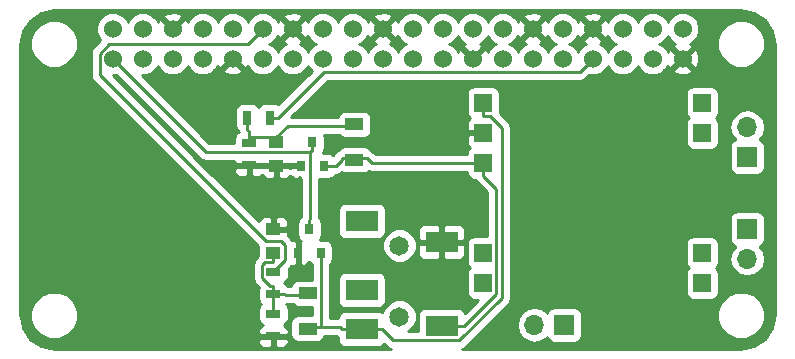
<source format=gtl>
G04 #@! TF.FileFunction,Copper,L1,Top,Signal*
%FSLAX46Y46*%
G04 Gerber Fmt 4.6, Leading zero omitted, Abs format (unit mm)*
G04 Created by KiCad (PCBNEW 4.0.6-e0-6349~53~ubuntu16.04.1) date Wed Mar 29 22:02:49 2017*
%MOMM*%
%LPD*%
G01*
G04 APERTURE LIST*
%ADD10C,0.100000*%
%ADD11R,1.250000X1.000000*%
%ADD12R,0.700000X1.300000*%
%ADD13R,1.300000X0.700000*%
%ADD14R,0.800000X0.900000*%
%ADD15C,1.524000*%
%ADD16R,2.750000X1.800000*%
%ADD17C,1.650000*%
%ADD18R,1.700000X1.700000*%
%ADD19O,1.700000X1.700000*%
%ADD20R,1.524000X1.524000*%
%ADD21R,1.600000X1.000000*%
%ADD22C,0.600000*%
%ADD23C,0.250000*%
%ADD24C,0.254000*%
G04 APERTURE END LIST*
D10*
D11*
X138176000Y-103648000D03*
X138176000Y-105648000D03*
X137922000Y-113014000D03*
X137922000Y-111014000D03*
D12*
X135702000Y-101600000D03*
X137602000Y-101600000D03*
D13*
X135890000Y-103698000D03*
X135890000Y-105598000D03*
X137922000Y-116520000D03*
X137922000Y-114620000D03*
X137922000Y-118176000D03*
X137922000Y-120076000D03*
D14*
X140274000Y-105648000D03*
X142174000Y-105648000D03*
X141224000Y-103648000D03*
X140020000Y-113014000D03*
X141920000Y-113014000D03*
X140970000Y-111014000D03*
D15*
X124308000Y-96596000D03*
X124308000Y-94056000D03*
X126848000Y-96596000D03*
X126848000Y-94056000D03*
X129388000Y-96596000D03*
X129388000Y-94056000D03*
X131928000Y-96596000D03*
X131928000Y-94056000D03*
X134468000Y-96596000D03*
X134468000Y-94056000D03*
X137008000Y-96596000D03*
X137008000Y-94056000D03*
X139548000Y-96596000D03*
X139548000Y-94056000D03*
X142088000Y-96596000D03*
X142088000Y-94056000D03*
X144628000Y-96596000D03*
X144628000Y-94056000D03*
X147168000Y-96596000D03*
X147168000Y-94056000D03*
X149708000Y-96596000D03*
X149708000Y-94056000D03*
X152248000Y-96596000D03*
X152248000Y-94056000D03*
X154788000Y-96596000D03*
X154788000Y-94056000D03*
X157328000Y-96596000D03*
X157328000Y-94056000D03*
X159868000Y-96596000D03*
X159868000Y-94056000D03*
X162408000Y-96596000D03*
X162408000Y-94056000D03*
X164948000Y-96596000D03*
X164948000Y-94056000D03*
X167488000Y-96596000D03*
X167488000Y-94056000D03*
X170028000Y-96596000D03*
X170028000Y-94056000D03*
X172568000Y-96596000D03*
X172568000Y-94056000D03*
D16*
X145415000Y-119462000D03*
X145415000Y-116162000D03*
X145415000Y-110312000D03*
X152165000Y-119212000D03*
X152165000Y-112112000D03*
D17*
X148590000Y-118412000D03*
X148590000Y-112412000D03*
D18*
X178054000Y-104902000D03*
D19*
X178054000Y-102362000D03*
D18*
X178054000Y-110998000D03*
D19*
X178054000Y-113538000D03*
D20*
X174244000Y-100330000D03*
X174244000Y-102870000D03*
X174244000Y-113030000D03*
X174244000Y-115570000D03*
X155702000Y-100330000D03*
X155702000Y-102870000D03*
X155702000Y-105410000D03*
X155702000Y-113030000D03*
X155702000Y-115570000D03*
D21*
X140818000Y-119432000D03*
X140818000Y-116432000D03*
X144780000Y-105132000D03*
X144780000Y-102132000D03*
D18*
X162560000Y-119126000D03*
D19*
X160020000Y-119126000D03*
D22*
X152165000Y-112112000D03*
X145415000Y-110363000D03*
D23*
X135702000Y-101600000D02*
X135702000Y-102575300D01*
X135890000Y-103230600D02*
X138176000Y-103230600D01*
X135890000Y-103698000D02*
X135890000Y-103230600D01*
X135890000Y-102763300D02*
X135702000Y-102575300D01*
X135890000Y-103230600D02*
X135890000Y-102763300D01*
X138176000Y-103648000D02*
X138176000Y-103230600D01*
X139149600Y-102257000D02*
X138176000Y-103230600D01*
X144780000Y-102257000D02*
X139149600Y-102257000D01*
X138934300Y-116557000D02*
X138897300Y-116520000D01*
X140818000Y-116557000D02*
X138934300Y-116557000D01*
X137922000Y-116520000D02*
X138897300Y-116520000D01*
X137922000Y-113014000D02*
X137922000Y-113839300D01*
X137922000Y-118176000D02*
X137922000Y-116520000D01*
X137199900Y-113839300D02*
X137922000Y-113839300D01*
X136946600Y-114092600D02*
X137199900Y-113839300D01*
X136946600Y-115122500D02*
X136946600Y-114092600D01*
X137668800Y-115844700D02*
X136946600Y-115122500D01*
X137922000Y-115844700D02*
X137668800Y-115844700D01*
X137922000Y-116520000D02*
X137922000Y-115844700D01*
X142193900Y-97683400D02*
X138277300Y-101600000D01*
X163860600Y-97683400D02*
X142193900Y-97683400D01*
X164948000Y-96596000D02*
X163860600Y-97683400D01*
X137602000Y-101600000D02*
X138277300Y-101600000D01*
X138906100Y-113635900D02*
X137922000Y-114620000D01*
X138906100Y-112346100D02*
X138906100Y-113635900D01*
X138610500Y-112050500D02*
X138906100Y-112346100D01*
X137331000Y-112050500D02*
X138610500Y-112050500D01*
X123213500Y-97933000D02*
X137331000Y-112050500D01*
X123213500Y-96146600D02*
X123213500Y-97933000D01*
X124034100Y-95326000D02*
X123213500Y-96146600D01*
X135738000Y-95326000D02*
X124034100Y-95326000D01*
X137008000Y-94056000D02*
X135738000Y-95326000D01*
X140970000Y-111014000D02*
X140970000Y-110238700D01*
X141033500Y-110175200D02*
X141033500Y-104473400D01*
X140970000Y-110238700D02*
X141033500Y-110175200D01*
X132185400Y-104473400D02*
X141033500Y-104473400D01*
X124308000Y-96596000D02*
X132185400Y-104473400D01*
X141083600Y-104423300D02*
X141224000Y-104423300D01*
X141033500Y-104473400D02*
X141083600Y-104423300D01*
X141224000Y-103648000D02*
X141224000Y-104423300D01*
X142174000Y-105648000D02*
X142899300Y-105648000D01*
X144780000Y-105007000D02*
X145855300Y-105007000D01*
X143219800Y-105648000D02*
X142899300Y-105648000D01*
X143704700Y-105163100D02*
X143219800Y-105648000D01*
X143704700Y-105007000D02*
X143704700Y-105163100D01*
X144780000Y-105007000D02*
X143704700Y-105007000D01*
X146258300Y-105410000D02*
X155702000Y-105410000D01*
X145855300Y-105007000D02*
X146258300Y-105410000D01*
X154105400Y-119212000D02*
X152165000Y-119212000D01*
X156789400Y-116528000D02*
X154105400Y-119212000D01*
X156789400Y-107584700D02*
X156789400Y-116528000D01*
X155702000Y-106497300D02*
X156789400Y-107584700D01*
X155702000Y-105410000D02*
X155702000Y-106497300D01*
X140818000Y-119307000D02*
X141893300Y-119307000D01*
X145415000Y-119462000D02*
X143714700Y-119462000D01*
X143533000Y-119280300D02*
X143714700Y-119462000D01*
X141920000Y-119280300D02*
X143533000Y-119280300D01*
X141920000Y-113014000D02*
X141920000Y-119280300D01*
X141920000Y-119280300D02*
X141893300Y-119307000D01*
X148091700Y-120438400D02*
X147115300Y-119462000D01*
X153679600Y-120438400D02*
X148091700Y-120438400D01*
X157240700Y-116877300D02*
X153679600Y-120438400D01*
X157240700Y-102412400D02*
X157240700Y-116877300D01*
X156245600Y-101417300D02*
X157240700Y-102412400D01*
X155702000Y-101417300D02*
X156245600Y-101417300D01*
X155702000Y-100330000D02*
X155702000Y-101417300D01*
X145415000Y-119462000D02*
X147115300Y-119462000D01*
X145415000Y-110363000D02*
X145415000Y-110312000D01*
D24*
G36*
X178604395Y-92709690D02*
X179523192Y-93323611D01*
X180137110Y-94242405D01*
X180366600Y-95396131D01*
X180366600Y-118220431D01*
X180144869Y-119378312D01*
X179537508Y-120301498D01*
X178623090Y-120921986D01*
X177473511Y-121159200D01*
X153876670Y-121159200D01*
X153970439Y-121140548D01*
X154217001Y-120975801D01*
X156095895Y-119096907D01*
X158535000Y-119096907D01*
X158535000Y-119155093D01*
X158648039Y-119723378D01*
X158969946Y-120205147D01*
X159451715Y-120527054D01*
X160020000Y-120640093D01*
X160588285Y-120527054D01*
X161070054Y-120205147D01*
X161097850Y-120163548D01*
X161106838Y-120211317D01*
X161245910Y-120427441D01*
X161458110Y-120572431D01*
X161710000Y-120623440D01*
X163410000Y-120623440D01*
X163645317Y-120579162D01*
X163861441Y-120440090D01*
X164006431Y-120227890D01*
X164057440Y-119976000D01*
X164057440Y-118711060D01*
X175510652Y-118711060D01*
X175816012Y-119450086D01*
X176380940Y-120016001D01*
X177119432Y-120322650D01*
X177919060Y-120323348D01*
X178658086Y-120017988D01*
X179224001Y-119453060D01*
X179530650Y-118714568D01*
X179531348Y-117914940D01*
X179225988Y-117175914D01*
X178661060Y-116609999D01*
X177922568Y-116303350D01*
X177122940Y-116302652D01*
X176383914Y-116608012D01*
X175817999Y-117172940D01*
X175511350Y-117911432D01*
X175510652Y-118711060D01*
X164057440Y-118711060D01*
X164057440Y-118276000D01*
X164013162Y-118040683D01*
X163874090Y-117824559D01*
X163661890Y-117679569D01*
X163410000Y-117628560D01*
X161710000Y-117628560D01*
X161474683Y-117672838D01*
X161258559Y-117811910D01*
X161113569Y-118024110D01*
X161099914Y-118091541D01*
X161070054Y-118046853D01*
X160588285Y-117724946D01*
X160020000Y-117611907D01*
X159451715Y-117724946D01*
X158969946Y-118046853D01*
X158648039Y-118528622D01*
X158535000Y-119096907D01*
X156095895Y-119096907D01*
X157778101Y-117414701D01*
X157942848Y-117168139D01*
X158000700Y-116877300D01*
X158000700Y-112268000D01*
X172834560Y-112268000D01*
X172834560Y-113792000D01*
X172878838Y-114027317D01*
X173017910Y-114243441D01*
X173099770Y-114299374D01*
X173030559Y-114343910D01*
X172885569Y-114556110D01*
X172834560Y-114808000D01*
X172834560Y-116332000D01*
X172878838Y-116567317D01*
X173017910Y-116783441D01*
X173230110Y-116928431D01*
X173482000Y-116979440D01*
X175006000Y-116979440D01*
X175241317Y-116935162D01*
X175457441Y-116796090D01*
X175602431Y-116583890D01*
X175653440Y-116332000D01*
X175653440Y-114808000D01*
X175609162Y-114572683D01*
X175470090Y-114356559D01*
X175388230Y-114300626D01*
X175457441Y-114256090D01*
X175602431Y-114043890D01*
X175653440Y-113792000D01*
X175653440Y-113538000D01*
X176539907Y-113538000D01*
X176652946Y-114106285D01*
X176974853Y-114588054D01*
X177456622Y-114909961D01*
X178024907Y-115023000D01*
X178083093Y-115023000D01*
X178651378Y-114909961D01*
X179133147Y-114588054D01*
X179455054Y-114106285D01*
X179568093Y-113538000D01*
X179455054Y-112969715D01*
X179133147Y-112487946D01*
X179091548Y-112460150D01*
X179139317Y-112451162D01*
X179355441Y-112312090D01*
X179500431Y-112099890D01*
X179551440Y-111848000D01*
X179551440Y-110148000D01*
X179507162Y-109912683D01*
X179368090Y-109696559D01*
X179155890Y-109551569D01*
X178904000Y-109500560D01*
X177204000Y-109500560D01*
X176968683Y-109544838D01*
X176752559Y-109683910D01*
X176607569Y-109896110D01*
X176556560Y-110148000D01*
X176556560Y-111848000D01*
X176600838Y-112083317D01*
X176739910Y-112299441D01*
X176952110Y-112444431D01*
X177019541Y-112458086D01*
X176974853Y-112487946D01*
X176652946Y-112969715D01*
X176539907Y-113538000D01*
X175653440Y-113538000D01*
X175653440Y-112268000D01*
X175609162Y-112032683D01*
X175470090Y-111816559D01*
X175257890Y-111671569D01*
X175006000Y-111620560D01*
X173482000Y-111620560D01*
X173246683Y-111664838D01*
X173030559Y-111803910D01*
X172885569Y-112016110D01*
X172834560Y-112268000D01*
X158000700Y-112268000D01*
X158000700Y-102412400D01*
X157942848Y-102121561D01*
X157778101Y-101874999D01*
X157091848Y-101188746D01*
X157111440Y-101092000D01*
X157111440Y-99568000D01*
X172834560Y-99568000D01*
X172834560Y-101092000D01*
X172878838Y-101327317D01*
X173017910Y-101543441D01*
X173099770Y-101599374D01*
X173030559Y-101643910D01*
X172885569Y-101856110D01*
X172834560Y-102108000D01*
X172834560Y-103632000D01*
X172878838Y-103867317D01*
X173017910Y-104083441D01*
X173230110Y-104228431D01*
X173482000Y-104279440D01*
X175006000Y-104279440D01*
X175241317Y-104235162D01*
X175457441Y-104096090D01*
X175602431Y-103883890D01*
X175653440Y-103632000D01*
X175653440Y-102362000D01*
X176539907Y-102362000D01*
X176652946Y-102930285D01*
X176974853Y-103412054D01*
X177016452Y-103439850D01*
X176968683Y-103448838D01*
X176752559Y-103587910D01*
X176607569Y-103800110D01*
X176556560Y-104052000D01*
X176556560Y-105752000D01*
X176600838Y-105987317D01*
X176739910Y-106203441D01*
X176952110Y-106348431D01*
X177204000Y-106399440D01*
X178904000Y-106399440D01*
X179139317Y-106355162D01*
X179355441Y-106216090D01*
X179500431Y-106003890D01*
X179551440Y-105752000D01*
X179551440Y-104052000D01*
X179507162Y-103816683D01*
X179368090Y-103600559D01*
X179155890Y-103455569D01*
X179088459Y-103441914D01*
X179133147Y-103412054D01*
X179455054Y-102930285D01*
X179568093Y-102362000D01*
X179455054Y-101793715D01*
X179133147Y-101311946D01*
X178651378Y-100990039D01*
X178083093Y-100877000D01*
X178024907Y-100877000D01*
X177456622Y-100990039D01*
X176974853Y-101311946D01*
X176652946Y-101793715D01*
X176539907Y-102362000D01*
X175653440Y-102362000D01*
X175653440Y-102108000D01*
X175609162Y-101872683D01*
X175470090Y-101656559D01*
X175388230Y-101600626D01*
X175457441Y-101556090D01*
X175602431Y-101343890D01*
X175653440Y-101092000D01*
X175653440Y-99568000D01*
X175609162Y-99332683D01*
X175470090Y-99116559D01*
X175257890Y-98971569D01*
X175006000Y-98920560D01*
X173482000Y-98920560D01*
X173246683Y-98964838D01*
X173030559Y-99103910D01*
X172885569Y-99316110D01*
X172834560Y-99568000D01*
X157111440Y-99568000D01*
X157067162Y-99332683D01*
X156928090Y-99116559D01*
X156715890Y-98971569D01*
X156464000Y-98920560D01*
X154940000Y-98920560D01*
X154704683Y-98964838D01*
X154488559Y-99103910D01*
X154343569Y-99316110D01*
X154292560Y-99568000D01*
X154292560Y-101092000D01*
X154336838Y-101327317D01*
X154475910Y-101543441D01*
X154553511Y-101596463D01*
X154401673Y-101748302D01*
X154305000Y-101981691D01*
X154305000Y-102584250D01*
X154463750Y-102743000D01*
X155575000Y-102743000D01*
X155575000Y-102723000D01*
X155829000Y-102723000D01*
X155829000Y-102743000D01*
X155849000Y-102743000D01*
X155849000Y-102997000D01*
X155829000Y-102997000D01*
X155829000Y-103017000D01*
X155575000Y-103017000D01*
X155575000Y-102997000D01*
X154463750Y-102997000D01*
X154305000Y-103155750D01*
X154305000Y-103758309D01*
X154401673Y-103991698D01*
X154552646Y-104142671D01*
X154488559Y-104183910D01*
X154343569Y-104396110D01*
X154292560Y-104648000D01*
X154292560Y-104650000D01*
X146573102Y-104650000D01*
X146392701Y-104469599D01*
X146146139Y-104304852D01*
X146120831Y-104299818D01*
X146044090Y-104180559D01*
X145831890Y-104035569D01*
X145580000Y-103984560D01*
X143980000Y-103984560D01*
X143744683Y-104028838D01*
X143528559Y-104167910D01*
X143438314Y-104299988D01*
X143413861Y-104304852D01*
X143167299Y-104469599D01*
X143002552Y-104716161D01*
X143001481Y-104721545D01*
X142825890Y-104601569D01*
X142574000Y-104550560D01*
X142083319Y-104550560D01*
X142220431Y-104349890D01*
X142271440Y-104098000D01*
X142271440Y-103198000D01*
X142237382Y-103017000D01*
X143473156Y-103017000D01*
X143515910Y-103083441D01*
X143728110Y-103228431D01*
X143980000Y-103279440D01*
X145580000Y-103279440D01*
X145815317Y-103235162D01*
X146031441Y-103096090D01*
X146176431Y-102883890D01*
X146227440Y-102632000D01*
X146227440Y-101632000D01*
X146183162Y-101396683D01*
X146044090Y-101180559D01*
X145831890Y-101035569D01*
X145580000Y-100984560D01*
X143980000Y-100984560D01*
X143744683Y-101028838D01*
X143528559Y-101167910D01*
X143383569Y-101380110D01*
X143359898Y-101497000D01*
X139455102Y-101497000D01*
X142508702Y-98443400D01*
X163860600Y-98443400D01*
X164151439Y-98385548D01*
X164398001Y-98220801D01*
X164638619Y-97980183D01*
X164668900Y-97992757D01*
X165224661Y-97993242D01*
X165738303Y-97781010D01*
X166131629Y-97388370D01*
X166217949Y-97180488D01*
X166302990Y-97386303D01*
X166695630Y-97779629D01*
X167208900Y-97992757D01*
X167764661Y-97993242D01*
X168278303Y-97781010D01*
X168671629Y-97388370D01*
X168757949Y-97180488D01*
X168842990Y-97386303D01*
X169235630Y-97779629D01*
X169748900Y-97992757D01*
X170304661Y-97993242D01*
X170818303Y-97781010D01*
X171023457Y-97576213D01*
X171767392Y-97576213D01*
X171836857Y-97818397D01*
X172360302Y-98005144D01*
X172915368Y-97977362D01*
X173299143Y-97818397D01*
X173368608Y-97576213D01*
X172568000Y-96775605D01*
X171767392Y-97576213D01*
X171023457Y-97576213D01*
X171211629Y-97388370D01*
X171291395Y-97196273D01*
X171345603Y-97327143D01*
X171587787Y-97396608D01*
X172388395Y-96596000D01*
X172747605Y-96596000D01*
X173548213Y-97396608D01*
X173790397Y-97327143D01*
X173977144Y-96803698D01*
X173949362Y-96248632D01*
X173790397Y-95864857D01*
X173548213Y-95795392D01*
X172747605Y-96596000D01*
X172388395Y-96596000D01*
X171587787Y-95795392D01*
X171345603Y-95864857D01*
X171295491Y-96005318D01*
X171213010Y-95805697D01*
X170820370Y-95412371D01*
X170612488Y-95326051D01*
X170818303Y-95241010D01*
X171211629Y-94848370D01*
X171297949Y-94640488D01*
X171382990Y-94846303D01*
X171775630Y-95239629D01*
X171967727Y-95319395D01*
X171836857Y-95373603D01*
X171767392Y-95615787D01*
X172568000Y-96416395D01*
X173260335Y-95724060D01*
X175510652Y-95724060D01*
X175816012Y-96463086D01*
X176380940Y-97029001D01*
X177119432Y-97335650D01*
X177919060Y-97336348D01*
X178658086Y-97030988D01*
X179224001Y-96466060D01*
X179530650Y-95727568D01*
X179531348Y-94927940D01*
X179225988Y-94188914D01*
X178661060Y-93622999D01*
X177922568Y-93316350D01*
X177122940Y-93315652D01*
X176383914Y-93621012D01*
X175817999Y-94185940D01*
X175511350Y-94924432D01*
X175510652Y-95724060D01*
X173260335Y-95724060D01*
X173368608Y-95615787D01*
X173299143Y-95373603D01*
X173158682Y-95323491D01*
X173358303Y-95241010D01*
X173751629Y-94848370D01*
X173964757Y-94335100D01*
X173965242Y-93779339D01*
X173753010Y-93265697D01*
X173360370Y-92872371D01*
X172847100Y-92659243D01*
X172291339Y-92658758D01*
X171777697Y-92870990D01*
X171384371Y-93263630D01*
X171298051Y-93471512D01*
X171213010Y-93265697D01*
X170820370Y-92872371D01*
X170307100Y-92659243D01*
X169751339Y-92658758D01*
X169237697Y-92870990D01*
X168844371Y-93263630D01*
X168758051Y-93471512D01*
X168673010Y-93265697D01*
X168280370Y-92872371D01*
X167767100Y-92659243D01*
X167211339Y-92658758D01*
X166697697Y-92870990D01*
X166304371Y-93263630D01*
X166224605Y-93455727D01*
X166170397Y-93324857D01*
X165928213Y-93255392D01*
X165127605Y-94056000D01*
X165928213Y-94856608D01*
X166170397Y-94787143D01*
X166220509Y-94646682D01*
X166302990Y-94846303D01*
X166695630Y-95239629D01*
X166903512Y-95325949D01*
X166697697Y-95410990D01*
X166304371Y-95803630D01*
X166218051Y-96011512D01*
X166133010Y-95805697D01*
X165740370Y-95412371D01*
X165548273Y-95332605D01*
X165679143Y-95278397D01*
X165748608Y-95036213D01*
X164948000Y-94235605D01*
X164147392Y-95036213D01*
X164216857Y-95278397D01*
X164357318Y-95328509D01*
X164157697Y-95410990D01*
X163764371Y-95803630D01*
X163678051Y-96011512D01*
X163593010Y-95805697D01*
X163200370Y-95412371D01*
X162992488Y-95326051D01*
X163198303Y-95241010D01*
X163591629Y-94848370D01*
X163671395Y-94656273D01*
X163725603Y-94787143D01*
X163967787Y-94856608D01*
X164768395Y-94056000D01*
X163967787Y-93255392D01*
X163725603Y-93324857D01*
X163675491Y-93465318D01*
X163593010Y-93265697D01*
X163403432Y-93075787D01*
X164147392Y-93075787D01*
X164948000Y-93876395D01*
X165748608Y-93075787D01*
X165679143Y-92833603D01*
X165155698Y-92646856D01*
X164600632Y-92674638D01*
X164216857Y-92833603D01*
X164147392Y-93075787D01*
X163403432Y-93075787D01*
X163200370Y-92872371D01*
X162687100Y-92659243D01*
X162131339Y-92658758D01*
X161617697Y-92870990D01*
X161224371Y-93263630D01*
X161144605Y-93455727D01*
X161090397Y-93324857D01*
X160848213Y-93255392D01*
X160047605Y-94056000D01*
X160848213Y-94856608D01*
X161090397Y-94787143D01*
X161140509Y-94646682D01*
X161222990Y-94846303D01*
X161615630Y-95239629D01*
X161823512Y-95325949D01*
X161617697Y-95410990D01*
X161224371Y-95803630D01*
X161138051Y-96011512D01*
X161053010Y-95805697D01*
X160660370Y-95412371D01*
X160468273Y-95332605D01*
X160599143Y-95278397D01*
X160668608Y-95036213D01*
X159868000Y-94235605D01*
X159067392Y-95036213D01*
X159136857Y-95278397D01*
X159277318Y-95328509D01*
X159077697Y-95410990D01*
X158684371Y-95803630D01*
X158598051Y-96011512D01*
X158513010Y-95805697D01*
X158120370Y-95412371D01*
X157912488Y-95326051D01*
X158118303Y-95241010D01*
X158511629Y-94848370D01*
X158591395Y-94656273D01*
X158645603Y-94787143D01*
X158887787Y-94856608D01*
X159688395Y-94056000D01*
X158887787Y-93255392D01*
X158645603Y-93324857D01*
X158595491Y-93465318D01*
X158513010Y-93265697D01*
X158323432Y-93075787D01*
X159067392Y-93075787D01*
X159868000Y-93876395D01*
X160668608Y-93075787D01*
X160599143Y-92833603D01*
X160075698Y-92646856D01*
X159520632Y-92674638D01*
X159136857Y-92833603D01*
X159067392Y-93075787D01*
X158323432Y-93075787D01*
X158120370Y-92872371D01*
X157607100Y-92659243D01*
X157051339Y-92658758D01*
X156537697Y-92870990D01*
X156144371Y-93263630D01*
X156058051Y-93471512D01*
X155973010Y-93265697D01*
X155580370Y-92872371D01*
X155067100Y-92659243D01*
X154511339Y-92658758D01*
X153997697Y-92870990D01*
X153604371Y-93263630D01*
X153518051Y-93471512D01*
X153433010Y-93265697D01*
X153040370Y-92872371D01*
X152527100Y-92659243D01*
X151971339Y-92658758D01*
X151457697Y-92870990D01*
X151064371Y-93263630D01*
X150978051Y-93471512D01*
X150893010Y-93265697D01*
X150500370Y-92872371D01*
X149987100Y-92659243D01*
X149431339Y-92658758D01*
X148917697Y-92870990D01*
X148524371Y-93263630D01*
X148444605Y-93455727D01*
X148390397Y-93324857D01*
X148148213Y-93255392D01*
X147347605Y-94056000D01*
X148148213Y-94856608D01*
X148390397Y-94787143D01*
X148440509Y-94646682D01*
X148522990Y-94846303D01*
X148915630Y-95239629D01*
X149123512Y-95325949D01*
X148917697Y-95410990D01*
X148524371Y-95803630D01*
X148438051Y-96011512D01*
X148353010Y-95805697D01*
X147960370Y-95412371D01*
X147768273Y-95332605D01*
X147899143Y-95278397D01*
X147968608Y-95036213D01*
X147168000Y-94235605D01*
X146367392Y-95036213D01*
X146436857Y-95278397D01*
X146577318Y-95328509D01*
X146377697Y-95410990D01*
X145984371Y-95803630D01*
X145898051Y-96011512D01*
X145813010Y-95805697D01*
X145420370Y-95412371D01*
X145212488Y-95326051D01*
X145418303Y-95241010D01*
X145811629Y-94848370D01*
X145891395Y-94656273D01*
X145945603Y-94787143D01*
X146187787Y-94856608D01*
X146988395Y-94056000D01*
X146187787Y-93255392D01*
X145945603Y-93324857D01*
X145895491Y-93465318D01*
X145813010Y-93265697D01*
X145623432Y-93075787D01*
X146367392Y-93075787D01*
X147168000Y-93876395D01*
X147968608Y-93075787D01*
X147899143Y-92833603D01*
X147375698Y-92646856D01*
X146820632Y-92674638D01*
X146436857Y-92833603D01*
X146367392Y-93075787D01*
X145623432Y-93075787D01*
X145420370Y-92872371D01*
X144907100Y-92659243D01*
X144351339Y-92658758D01*
X143837697Y-92870990D01*
X143444371Y-93263630D01*
X143358051Y-93471512D01*
X143273010Y-93265697D01*
X142880370Y-92872371D01*
X142367100Y-92659243D01*
X141811339Y-92658758D01*
X141297697Y-92870990D01*
X140904371Y-93263630D01*
X140824605Y-93455727D01*
X140770397Y-93324857D01*
X140528213Y-93255392D01*
X139727605Y-94056000D01*
X140528213Y-94856608D01*
X140770397Y-94787143D01*
X140820509Y-94646682D01*
X140902990Y-94846303D01*
X141295630Y-95239629D01*
X141503512Y-95325949D01*
X141297697Y-95410990D01*
X140904371Y-95803630D01*
X140818051Y-96011512D01*
X140733010Y-95805697D01*
X140340370Y-95412371D01*
X140148273Y-95332605D01*
X140279143Y-95278397D01*
X140348608Y-95036213D01*
X139548000Y-94235605D01*
X138747392Y-95036213D01*
X138816857Y-95278397D01*
X138957318Y-95328509D01*
X138757697Y-95410990D01*
X138364371Y-95803630D01*
X138278051Y-96011512D01*
X138193010Y-95805697D01*
X137800370Y-95412371D01*
X137592488Y-95326051D01*
X137798303Y-95241010D01*
X138191629Y-94848370D01*
X138271395Y-94656273D01*
X138325603Y-94787143D01*
X138567787Y-94856608D01*
X139368395Y-94056000D01*
X138567787Y-93255392D01*
X138325603Y-93324857D01*
X138275491Y-93465318D01*
X138193010Y-93265697D01*
X138003432Y-93075787D01*
X138747392Y-93075787D01*
X139548000Y-93876395D01*
X140348608Y-93075787D01*
X140279143Y-92833603D01*
X139755698Y-92646856D01*
X139200632Y-92674638D01*
X138816857Y-92833603D01*
X138747392Y-93075787D01*
X138003432Y-93075787D01*
X137800370Y-92872371D01*
X137287100Y-92659243D01*
X136731339Y-92658758D01*
X136217697Y-92870990D01*
X135824371Y-93263630D01*
X135738051Y-93471512D01*
X135653010Y-93265697D01*
X135260370Y-92872371D01*
X134747100Y-92659243D01*
X134191339Y-92658758D01*
X133677697Y-92870990D01*
X133284371Y-93263630D01*
X133198051Y-93471512D01*
X133113010Y-93265697D01*
X132720370Y-92872371D01*
X132207100Y-92659243D01*
X131651339Y-92658758D01*
X131137697Y-92870990D01*
X130744371Y-93263630D01*
X130664605Y-93455727D01*
X130610397Y-93324857D01*
X130368213Y-93255392D01*
X129567605Y-94056000D01*
X129581748Y-94070143D01*
X129402143Y-94249748D01*
X129388000Y-94235605D01*
X129373858Y-94249748D01*
X129194253Y-94070143D01*
X129208395Y-94056000D01*
X128407787Y-93255392D01*
X128165603Y-93324857D01*
X128115491Y-93465318D01*
X128033010Y-93265697D01*
X127843432Y-93075787D01*
X128587392Y-93075787D01*
X129388000Y-93876395D01*
X130188608Y-93075787D01*
X130119143Y-92833603D01*
X129595698Y-92646856D01*
X129040632Y-92674638D01*
X128656857Y-92833603D01*
X128587392Y-93075787D01*
X127843432Y-93075787D01*
X127640370Y-92872371D01*
X127127100Y-92659243D01*
X126571339Y-92658758D01*
X126057697Y-92870990D01*
X125664371Y-93263630D01*
X125578051Y-93471512D01*
X125493010Y-93265697D01*
X125100370Y-92872371D01*
X124587100Y-92659243D01*
X124031339Y-92658758D01*
X123517697Y-92870990D01*
X123124371Y-93263630D01*
X122911243Y-93776900D01*
X122910758Y-94332661D01*
X123122990Y-94846303D01*
X123280855Y-95004443D01*
X122676099Y-95609199D01*
X122511352Y-95855761D01*
X122453500Y-96146600D01*
X122453500Y-97933000D01*
X122511352Y-98223839D01*
X122676099Y-98470401D01*
X136661371Y-112455673D01*
X136649560Y-112514000D01*
X136649560Y-113314838D01*
X136409199Y-113555199D01*
X136244452Y-113801761D01*
X136186600Y-114092600D01*
X136186600Y-115122500D01*
X136244452Y-115413339D01*
X136409199Y-115659901D01*
X136674195Y-115924897D01*
X136624560Y-116170000D01*
X136624560Y-116870000D01*
X136668838Y-117105317D01*
X136807910Y-117321441D01*
X136844547Y-117346474D01*
X136820559Y-117361910D01*
X136675569Y-117574110D01*
X136624560Y-117826000D01*
X136624560Y-118526000D01*
X136668838Y-118761317D01*
X136807910Y-118977441D01*
X137020110Y-119122431D01*
X137053490Y-119129191D01*
X136912301Y-119187673D01*
X136733673Y-119366302D01*
X136637000Y-119599691D01*
X136637000Y-119790250D01*
X136795750Y-119949000D01*
X137795000Y-119949000D01*
X137795000Y-119929000D01*
X138049000Y-119929000D01*
X138049000Y-119949000D01*
X139048250Y-119949000D01*
X139207000Y-119790250D01*
X139207000Y-119599691D01*
X139110327Y-119366302D01*
X138931699Y-119187673D01*
X138795713Y-119131346D01*
X138807317Y-119129162D01*
X139023441Y-118990090D01*
X139168431Y-118777890D01*
X139219440Y-118526000D01*
X139219440Y-117826000D01*
X139175162Y-117590683D01*
X139036090Y-117374559D01*
X138999453Y-117349526D01*
X139023441Y-117334090D01*
X139035118Y-117317000D01*
X139511156Y-117317000D01*
X139553910Y-117383441D01*
X139766110Y-117528431D01*
X140018000Y-117579440D01*
X141160000Y-117579440D01*
X141160000Y-118284560D01*
X140018000Y-118284560D01*
X139782683Y-118328838D01*
X139566559Y-118467910D01*
X139421569Y-118680110D01*
X139370560Y-118932000D01*
X139370560Y-119932000D01*
X139414838Y-120167317D01*
X139553910Y-120383441D01*
X139766110Y-120528431D01*
X140018000Y-120579440D01*
X141618000Y-120579440D01*
X141853317Y-120535162D01*
X142069441Y-120396090D01*
X142214431Y-120183890D01*
X142243509Y-120040300D01*
X143238509Y-120040300D01*
X143392560Y-120143233D01*
X143392560Y-120362000D01*
X143436838Y-120597317D01*
X143575910Y-120813441D01*
X143788110Y-120958431D01*
X144040000Y-121009440D01*
X146790000Y-121009440D01*
X147025317Y-120965162D01*
X147241441Y-120826090D01*
X147307665Y-120729167D01*
X147554299Y-120975801D01*
X147800861Y-121140548D01*
X147894630Y-121159200D01*
X119424531Y-121159200D01*
X118270805Y-120929710D01*
X117420793Y-120361750D01*
X136637000Y-120361750D01*
X136637000Y-120552309D01*
X136733673Y-120785698D01*
X136912301Y-120964327D01*
X137145690Y-121061000D01*
X137636250Y-121061000D01*
X137795000Y-120902250D01*
X137795000Y-120203000D01*
X138049000Y-120203000D01*
X138049000Y-120902250D01*
X138207750Y-121061000D01*
X138698310Y-121061000D01*
X138931699Y-120964327D01*
X139110327Y-120785698D01*
X139207000Y-120552309D01*
X139207000Y-120361750D01*
X139048250Y-120203000D01*
X138049000Y-120203000D01*
X137795000Y-120203000D01*
X136795750Y-120203000D01*
X136637000Y-120361750D01*
X117420793Y-120361750D01*
X117352011Y-120315792D01*
X116738090Y-119396995D01*
X116601650Y-118711060D01*
X117344652Y-118711060D01*
X117650012Y-119450086D01*
X118214940Y-120016001D01*
X118953432Y-120322650D01*
X119753060Y-120323348D01*
X120492086Y-120017988D01*
X121058001Y-119453060D01*
X121364650Y-118714568D01*
X121365348Y-117914940D01*
X121059988Y-117175914D01*
X120495060Y-116609999D01*
X119756568Y-116303350D01*
X118956940Y-116302652D01*
X118217914Y-116608012D01*
X117651999Y-117172940D01*
X117345350Y-117911432D01*
X117344652Y-118711060D01*
X116601650Y-118711060D01*
X116508600Y-118243269D01*
X116508600Y-95724060D01*
X117344652Y-95724060D01*
X117650012Y-96463086D01*
X118214940Y-97029001D01*
X118953432Y-97335650D01*
X119753060Y-97336348D01*
X120492086Y-97030988D01*
X121058001Y-96466060D01*
X121364650Y-95727568D01*
X121365348Y-94927940D01*
X121059988Y-94188914D01*
X120495060Y-93622999D01*
X119756568Y-93316350D01*
X118956940Y-93315652D01*
X118217914Y-93621012D01*
X117651999Y-94185940D01*
X117345350Y-94924432D01*
X117344652Y-95724060D01*
X116508600Y-95724060D01*
X116508600Y-95441812D01*
X116722538Y-94279758D01*
X117323348Y-93352166D01*
X118233398Y-92725105D01*
X119378853Y-92480200D01*
X177450669Y-92480200D01*
X178604395Y-92709690D01*
X178604395Y-92709690D01*
G37*
X178604395Y-92709690D02*
X179523192Y-93323611D01*
X180137110Y-94242405D01*
X180366600Y-95396131D01*
X180366600Y-118220431D01*
X180144869Y-119378312D01*
X179537508Y-120301498D01*
X178623090Y-120921986D01*
X177473511Y-121159200D01*
X153876670Y-121159200D01*
X153970439Y-121140548D01*
X154217001Y-120975801D01*
X156095895Y-119096907D01*
X158535000Y-119096907D01*
X158535000Y-119155093D01*
X158648039Y-119723378D01*
X158969946Y-120205147D01*
X159451715Y-120527054D01*
X160020000Y-120640093D01*
X160588285Y-120527054D01*
X161070054Y-120205147D01*
X161097850Y-120163548D01*
X161106838Y-120211317D01*
X161245910Y-120427441D01*
X161458110Y-120572431D01*
X161710000Y-120623440D01*
X163410000Y-120623440D01*
X163645317Y-120579162D01*
X163861441Y-120440090D01*
X164006431Y-120227890D01*
X164057440Y-119976000D01*
X164057440Y-118711060D01*
X175510652Y-118711060D01*
X175816012Y-119450086D01*
X176380940Y-120016001D01*
X177119432Y-120322650D01*
X177919060Y-120323348D01*
X178658086Y-120017988D01*
X179224001Y-119453060D01*
X179530650Y-118714568D01*
X179531348Y-117914940D01*
X179225988Y-117175914D01*
X178661060Y-116609999D01*
X177922568Y-116303350D01*
X177122940Y-116302652D01*
X176383914Y-116608012D01*
X175817999Y-117172940D01*
X175511350Y-117911432D01*
X175510652Y-118711060D01*
X164057440Y-118711060D01*
X164057440Y-118276000D01*
X164013162Y-118040683D01*
X163874090Y-117824559D01*
X163661890Y-117679569D01*
X163410000Y-117628560D01*
X161710000Y-117628560D01*
X161474683Y-117672838D01*
X161258559Y-117811910D01*
X161113569Y-118024110D01*
X161099914Y-118091541D01*
X161070054Y-118046853D01*
X160588285Y-117724946D01*
X160020000Y-117611907D01*
X159451715Y-117724946D01*
X158969946Y-118046853D01*
X158648039Y-118528622D01*
X158535000Y-119096907D01*
X156095895Y-119096907D01*
X157778101Y-117414701D01*
X157942848Y-117168139D01*
X158000700Y-116877300D01*
X158000700Y-112268000D01*
X172834560Y-112268000D01*
X172834560Y-113792000D01*
X172878838Y-114027317D01*
X173017910Y-114243441D01*
X173099770Y-114299374D01*
X173030559Y-114343910D01*
X172885569Y-114556110D01*
X172834560Y-114808000D01*
X172834560Y-116332000D01*
X172878838Y-116567317D01*
X173017910Y-116783441D01*
X173230110Y-116928431D01*
X173482000Y-116979440D01*
X175006000Y-116979440D01*
X175241317Y-116935162D01*
X175457441Y-116796090D01*
X175602431Y-116583890D01*
X175653440Y-116332000D01*
X175653440Y-114808000D01*
X175609162Y-114572683D01*
X175470090Y-114356559D01*
X175388230Y-114300626D01*
X175457441Y-114256090D01*
X175602431Y-114043890D01*
X175653440Y-113792000D01*
X175653440Y-113538000D01*
X176539907Y-113538000D01*
X176652946Y-114106285D01*
X176974853Y-114588054D01*
X177456622Y-114909961D01*
X178024907Y-115023000D01*
X178083093Y-115023000D01*
X178651378Y-114909961D01*
X179133147Y-114588054D01*
X179455054Y-114106285D01*
X179568093Y-113538000D01*
X179455054Y-112969715D01*
X179133147Y-112487946D01*
X179091548Y-112460150D01*
X179139317Y-112451162D01*
X179355441Y-112312090D01*
X179500431Y-112099890D01*
X179551440Y-111848000D01*
X179551440Y-110148000D01*
X179507162Y-109912683D01*
X179368090Y-109696559D01*
X179155890Y-109551569D01*
X178904000Y-109500560D01*
X177204000Y-109500560D01*
X176968683Y-109544838D01*
X176752559Y-109683910D01*
X176607569Y-109896110D01*
X176556560Y-110148000D01*
X176556560Y-111848000D01*
X176600838Y-112083317D01*
X176739910Y-112299441D01*
X176952110Y-112444431D01*
X177019541Y-112458086D01*
X176974853Y-112487946D01*
X176652946Y-112969715D01*
X176539907Y-113538000D01*
X175653440Y-113538000D01*
X175653440Y-112268000D01*
X175609162Y-112032683D01*
X175470090Y-111816559D01*
X175257890Y-111671569D01*
X175006000Y-111620560D01*
X173482000Y-111620560D01*
X173246683Y-111664838D01*
X173030559Y-111803910D01*
X172885569Y-112016110D01*
X172834560Y-112268000D01*
X158000700Y-112268000D01*
X158000700Y-102412400D01*
X157942848Y-102121561D01*
X157778101Y-101874999D01*
X157091848Y-101188746D01*
X157111440Y-101092000D01*
X157111440Y-99568000D01*
X172834560Y-99568000D01*
X172834560Y-101092000D01*
X172878838Y-101327317D01*
X173017910Y-101543441D01*
X173099770Y-101599374D01*
X173030559Y-101643910D01*
X172885569Y-101856110D01*
X172834560Y-102108000D01*
X172834560Y-103632000D01*
X172878838Y-103867317D01*
X173017910Y-104083441D01*
X173230110Y-104228431D01*
X173482000Y-104279440D01*
X175006000Y-104279440D01*
X175241317Y-104235162D01*
X175457441Y-104096090D01*
X175602431Y-103883890D01*
X175653440Y-103632000D01*
X175653440Y-102362000D01*
X176539907Y-102362000D01*
X176652946Y-102930285D01*
X176974853Y-103412054D01*
X177016452Y-103439850D01*
X176968683Y-103448838D01*
X176752559Y-103587910D01*
X176607569Y-103800110D01*
X176556560Y-104052000D01*
X176556560Y-105752000D01*
X176600838Y-105987317D01*
X176739910Y-106203441D01*
X176952110Y-106348431D01*
X177204000Y-106399440D01*
X178904000Y-106399440D01*
X179139317Y-106355162D01*
X179355441Y-106216090D01*
X179500431Y-106003890D01*
X179551440Y-105752000D01*
X179551440Y-104052000D01*
X179507162Y-103816683D01*
X179368090Y-103600559D01*
X179155890Y-103455569D01*
X179088459Y-103441914D01*
X179133147Y-103412054D01*
X179455054Y-102930285D01*
X179568093Y-102362000D01*
X179455054Y-101793715D01*
X179133147Y-101311946D01*
X178651378Y-100990039D01*
X178083093Y-100877000D01*
X178024907Y-100877000D01*
X177456622Y-100990039D01*
X176974853Y-101311946D01*
X176652946Y-101793715D01*
X176539907Y-102362000D01*
X175653440Y-102362000D01*
X175653440Y-102108000D01*
X175609162Y-101872683D01*
X175470090Y-101656559D01*
X175388230Y-101600626D01*
X175457441Y-101556090D01*
X175602431Y-101343890D01*
X175653440Y-101092000D01*
X175653440Y-99568000D01*
X175609162Y-99332683D01*
X175470090Y-99116559D01*
X175257890Y-98971569D01*
X175006000Y-98920560D01*
X173482000Y-98920560D01*
X173246683Y-98964838D01*
X173030559Y-99103910D01*
X172885569Y-99316110D01*
X172834560Y-99568000D01*
X157111440Y-99568000D01*
X157067162Y-99332683D01*
X156928090Y-99116559D01*
X156715890Y-98971569D01*
X156464000Y-98920560D01*
X154940000Y-98920560D01*
X154704683Y-98964838D01*
X154488559Y-99103910D01*
X154343569Y-99316110D01*
X154292560Y-99568000D01*
X154292560Y-101092000D01*
X154336838Y-101327317D01*
X154475910Y-101543441D01*
X154553511Y-101596463D01*
X154401673Y-101748302D01*
X154305000Y-101981691D01*
X154305000Y-102584250D01*
X154463750Y-102743000D01*
X155575000Y-102743000D01*
X155575000Y-102723000D01*
X155829000Y-102723000D01*
X155829000Y-102743000D01*
X155849000Y-102743000D01*
X155849000Y-102997000D01*
X155829000Y-102997000D01*
X155829000Y-103017000D01*
X155575000Y-103017000D01*
X155575000Y-102997000D01*
X154463750Y-102997000D01*
X154305000Y-103155750D01*
X154305000Y-103758309D01*
X154401673Y-103991698D01*
X154552646Y-104142671D01*
X154488559Y-104183910D01*
X154343569Y-104396110D01*
X154292560Y-104648000D01*
X154292560Y-104650000D01*
X146573102Y-104650000D01*
X146392701Y-104469599D01*
X146146139Y-104304852D01*
X146120831Y-104299818D01*
X146044090Y-104180559D01*
X145831890Y-104035569D01*
X145580000Y-103984560D01*
X143980000Y-103984560D01*
X143744683Y-104028838D01*
X143528559Y-104167910D01*
X143438314Y-104299988D01*
X143413861Y-104304852D01*
X143167299Y-104469599D01*
X143002552Y-104716161D01*
X143001481Y-104721545D01*
X142825890Y-104601569D01*
X142574000Y-104550560D01*
X142083319Y-104550560D01*
X142220431Y-104349890D01*
X142271440Y-104098000D01*
X142271440Y-103198000D01*
X142237382Y-103017000D01*
X143473156Y-103017000D01*
X143515910Y-103083441D01*
X143728110Y-103228431D01*
X143980000Y-103279440D01*
X145580000Y-103279440D01*
X145815317Y-103235162D01*
X146031441Y-103096090D01*
X146176431Y-102883890D01*
X146227440Y-102632000D01*
X146227440Y-101632000D01*
X146183162Y-101396683D01*
X146044090Y-101180559D01*
X145831890Y-101035569D01*
X145580000Y-100984560D01*
X143980000Y-100984560D01*
X143744683Y-101028838D01*
X143528559Y-101167910D01*
X143383569Y-101380110D01*
X143359898Y-101497000D01*
X139455102Y-101497000D01*
X142508702Y-98443400D01*
X163860600Y-98443400D01*
X164151439Y-98385548D01*
X164398001Y-98220801D01*
X164638619Y-97980183D01*
X164668900Y-97992757D01*
X165224661Y-97993242D01*
X165738303Y-97781010D01*
X166131629Y-97388370D01*
X166217949Y-97180488D01*
X166302990Y-97386303D01*
X166695630Y-97779629D01*
X167208900Y-97992757D01*
X167764661Y-97993242D01*
X168278303Y-97781010D01*
X168671629Y-97388370D01*
X168757949Y-97180488D01*
X168842990Y-97386303D01*
X169235630Y-97779629D01*
X169748900Y-97992757D01*
X170304661Y-97993242D01*
X170818303Y-97781010D01*
X171023457Y-97576213D01*
X171767392Y-97576213D01*
X171836857Y-97818397D01*
X172360302Y-98005144D01*
X172915368Y-97977362D01*
X173299143Y-97818397D01*
X173368608Y-97576213D01*
X172568000Y-96775605D01*
X171767392Y-97576213D01*
X171023457Y-97576213D01*
X171211629Y-97388370D01*
X171291395Y-97196273D01*
X171345603Y-97327143D01*
X171587787Y-97396608D01*
X172388395Y-96596000D01*
X172747605Y-96596000D01*
X173548213Y-97396608D01*
X173790397Y-97327143D01*
X173977144Y-96803698D01*
X173949362Y-96248632D01*
X173790397Y-95864857D01*
X173548213Y-95795392D01*
X172747605Y-96596000D01*
X172388395Y-96596000D01*
X171587787Y-95795392D01*
X171345603Y-95864857D01*
X171295491Y-96005318D01*
X171213010Y-95805697D01*
X170820370Y-95412371D01*
X170612488Y-95326051D01*
X170818303Y-95241010D01*
X171211629Y-94848370D01*
X171297949Y-94640488D01*
X171382990Y-94846303D01*
X171775630Y-95239629D01*
X171967727Y-95319395D01*
X171836857Y-95373603D01*
X171767392Y-95615787D01*
X172568000Y-96416395D01*
X173260335Y-95724060D01*
X175510652Y-95724060D01*
X175816012Y-96463086D01*
X176380940Y-97029001D01*
X177119432Y-97335650D01*
X177919060Y-97336348D01*
X178658086Y-97030988D01*
X179224001Y-96466060D01*
X179530650Y-95727568D01*
X179531348Y-94927940D01*
X179225988Y-94188914D01*
X178661060Y-93622999D01*
X177922568Y-93316350D01*
X177122940Y-93315652D01*
X176383914Y-93621012D01*
X175817999Y-94185940D01*
X175511350Y-94924432D01*
X175510652Y-95724060D01*
X173260335Y-95724060D01*
X173368608Y-95615787D01*
X173299143Y-95373603D01*
X173158682Y-95323491D01*
X173358303Y-95241010D01*
X173751629Y-94848370D01*
X173964757Y-94335100D01*
X173965242Y-93779339D01*
X173753010Y-93265697D01*
X173360370Y-92872371D01*
X172847100Y-92659243D01*
X172291339Y-92658758D01*
X171777697Y-92870990D01*
X171384371Y-93263630D01*
X171298051Y-93471512D01*
X171213010Y-93265697D01*
X170820370Y-92872371D01*
X170307100Y-92659243D01*
X169751339Y-92658758D01*
X169237697Y-92870990D01*
X168844371Y-93263630D01*
X168758051Y-93471512D01*
X168673010Y-93265697D01*
X168280370Y-92872371D01*
X167767100Y-92659243D01*
X167211339Y-92658758D01*
X166697697Y-92870990D01*
X166304371Y-93263630D01*
X166224605Y-93455727D01*
X166170397Y-93324857D01*
X165928213Y-93255392D01*
X165127605Y-94056000D01*
X165928213Y-94856608D01*
X166170397Y-94787143D01*
X166220509Y-94646682D01*
X166302990Y-94846303D01*
X166695630Y-95239629D01*
X166903512Y-95325949D01*
X166697697Y-95410990D01*
X166304371Y-95803630D01*
X166218051Y-96011512D01*
X166133010Y-95805697D01*
X165740370Y-95412371D01*
X165548273Y-95332605D01*
X165679143Y-95278397D01*
X165748608Y-95036213D01*
X164948000Y-94235605D01*
X164147392Y-95036213D01*
X164216857Y-95278397D01*
X164357318Y-95328509D01*
X164157697Y-95410990D01*
X163764371Y-95803630D01*
X163678051Y-96011512D01*
X163593010Y-95805697D01*
X163200370Y-95412371D01*
X162992488Y-95326051D01*
X163198303Y-95241010D01*
X163591629Y-94848370D01*
X163671395Y-94656273D01*
X163725603Y-94787143D01*
X163967787Y-94856608D01*
X164768395Y-94056000D01*
X163967787Y-93255392D01*
X163725603Y-93324857D01*
X163675491Y-93465318D01*
X163593010Y-93265697D01*
X163403432Y-93075787D01*
X164147392Y-93075787D01*
X164948000Y-93876395D01*
X165748608Y-93075787D01*
X165679143Y-92833603D01*
X165155698Y-92646856D01*
X164600632Y-92674638D01*
X164216857Y-92833603D01*
X164147392Y-93075787D01*
X163403432Y-93075787D01*
X163200370Y-92872371D01*
X162687100Y-92659243D01*
X162131339Y-92658758D01*
X161617697Y-92870990D01*
X161224371Y-93263630D01*
X161144605Y-93455727D01*
X161090397Y-93324857D01*
X160848213Y-93255392D01*
X160047605Y-94056000D01*
X160848213Y-94856608D01*
X161090397Y-94787143D01*
X161140509Y-94646682D01*
X161222990Y-94846303D01*
X161615630Y-95239629D01*
X161823512Y-95325949D01*
X161617697Y-95410990D01*
X161224371Y-95803630D01*
X161138051Y-96011512D01*
X161053010Y-95805697D01*
X160660370Y-95412371D01*
X160468273Y-95332605D01*
X160599143Y-95278397D01*
X160668608Y-95036213D01*
X159868000Y-94235605D01*
X159067392Y-95036213D01*
X159136857Y-95278397D01*
X159277318Y-95328509D01*
X159077697Y-95410990D01*
X158684371Y-95803630D01*
X158598051Y-96011512D01*
X158513010Y-95805697D01*
X158120370Y-95412371D01*
X157912488Y-95326051D01*
X158118303Y-95241010D01*
X158511629Y-94848370D01*
X158591395Y-94656273D01*
X158645603Y-94787143D01*
X158887787Y-94856608D01*
X159688395Y-94056000D01*
X158887787Y-93255392D01*
X158645603Y-93324857D01*
X158595491Y-93465318D01*
X158513010Y-93265697D01*
X158323432Y-93075787D01*
X159067392Y-93075787D01*
X159868000Y-93876395D01*
X160668608Y-93075787D01*
X160599143Y-92833603D01*
X160075698Y-92646856D01*
X159520632Y-92674638D01*
X159136857Y-92833603D01*
X159067392Y-93075787D01*
X158323432Y-93075787D01*
X158120370Y-92872371D01*
X157607100Y-92659243D01*
X157051339Y-92658758D01*
X156537697Y-92870990D01*
X156144371Y-93263630D01*
X156058051Y-93471512D01*
X155973010Y-93265697D01*
X155580370Y-92872371D01*
X155067100Y-92659243D01*
X154511339Y-92658758D01*
X153997697Y-92870990D01*
X153604371Y-93263630D01*
X153518051Y-93471512D01*
X153433010Y-93265697D01*
X153040370Y-92872371D01*
X152527100Y-92659243D01*
X151971339Y-92658758D01*
X151457697Y-92870990D01*
X151064371Y-93263630D01*
X150978051Y-93471512D01*
X150893010Y-93265697D01*
X150500370Y-92872371D01*
X149987100Y-92659243D01*
X149431339Y-92658758D01*
X148917697Y-92870990D01*
X148524371Y-93263630D01*
X148444605Y-93455727D01*
X148390397Y-93324857D01*
X148148213Y-93255392D01*
X147347605Y-94056000D01*
X148148213Y-94856608D01*
X148390397Y-94787143D01*
X148440509Y-94646682D01*
X148522990Y-94846303D01*
X148915630Y-95239629D01*
X149123512Y-95325949D01*
X148917697Y-95410990D01*
X148524371Y-95803630D01*
X148438051Y-96011512D01*
X148353010Y-95805697D01*
X147960370Y-95412371D01*
X147768273Y-95332605D01*
X147899143Y-95278397D01*
X147968608Y-95036213D01*
X147168000Y-94235605D01*
X146367392Y-95036213D01*
X146436857Y-95278397D01*
X146577318Y-95328509D01*
X146377697Y-95410990D01*
X145984371Y-95803630D01*
X145898051Y-96011512D01*
X145813010Y-95805697D01*
X145420370Y-95412371D01*
X145212488Y-95326051D01*
X145418303Y-95241010D01*
X145811629Y-94848370D01*
X145891395Y-94656273D01*
X145945603Y-94787143D01*
X146187787Y-94856608D01*
X146988395Y-94056000D01*
X146187787Y-93255392D01*
X145945603Y-93324857D01*
X145895491Y-93465318D01*
X145813010Y-93265697D01*
X145623432Y-93075787D01*
X146367392Y-93075787D01*
X147168000Y-93876395D01*
X147968608Y-93075787D01*
X147899143Y-92833603D01*
X147375698Y-92646856D01*
X146820632Y-92674638D01*
X146436857Y-92833603D01*
X146367392Y-93075787D01*
X145623432Y-93075787D01*
X145420370Y-92872371D01*
X144907100Y-92659243D01*
X144351339Y-92658758D01*
X143837697Y-92870990D01*
X143444371Y-93263630D01*
X143358051Y-93471512D01*
X143273010Y-93265697D01*
X142880370Y-92872371D01*
X142367100Y-92659243D01*
X141811339Y-92658758D01*
X141297697Y-92870990D01*
X140904371Y-93263630D01*
X140824605Y-93455727D01*
X140770397Y-93324857D01*
X140528213Y-93255392D01*
X139727605Y-94056000D01*
X140528213Y-94856608D01*
X140770397Y-94787143D01*
X140820509Y-94646682D01*
X140902990Y-94846303D01*
X141295630Y-95239629D01*
X141503512Y-95325949D01*
X141297697Y-95410990D01*
X140904371Y-95803630D01*
X140818051Y-96011512D01*
X140733010Y-95805697D01*
X140340370Y-95412371D01*
X140148273Y-95332605D01*
X140279143Y-95278397D01*
X140348608Y-95036213D01*
X139548000Y-94235605D01*
X138747392Y-95036213D01*
X138816857Y-95278397D01*
X138957318Y-95328509D01*
X138757697Y-95410990D01*
X138364371Y-95803630D01*
X138278051Y-96011512D01*
X138193010Y-95805697D01*
X137800370Y-95412371D01*
X137592488Y-95326051D01*
X137798303Y-95241010D01*
X138191629Y-94848370D01*
X138271395Y-94656273D01*
X138325603Y-94787143D01*
X138567787Y-94856608D01*
X139368395Y-94056000D01*
X138567787Y-93255392D01*
X138325603Y-93324857D01*
X138275491Y-93465318D01*
X138193010Y-93265697D01*
X138003432Y-93075787D01*
X138747392Y-93075787D01*
X139548000Y-93876395D01*
X140348608Y-93075787D01*
X140279143Y-92833603D01*
X139755698Y-92646856D01*
X139200632Y-92674638D01*
X138816857Y-92833603D01*
X138747392Y-93075787D01*
X138003432Y-93075787D01*
X137800370Y-92872371D01*
X137287100Y-92659243D01*
X136731339Y-92658758D01*
X136217697Y-92870990D01*
X135824371Y-93263630D01*
X135738051Y-93471512D01*
X135653010Y-93265697D01*
X135260370Y-92872371D01*
X134747100Y-92659243D01*
X134191339Y-92658758D01*
X133677697Y-92870990D01*
X133284371Y-93263630D01*
X133198051Y-93471512D01*
X133113010Y-93265697D01*
X132720370Y-92872371D01*
X132207100Y-92659243D01*
X131651339Y-92658758D01*
X131137697Y-92870990D01*
X130744371Y-93263630D01*
X130664605Y-93455727D01*
X130610397Y-93324857D01*
X130368213Y-93255392D01*
X129567605Y-94056000D01*
X129581748Y-94070143D01*
X129402143Y-94249748D01*
X129388000Y-94235605D01*
X129373858Y-94249748D01*
X129194253Y-94070143D01*
X129208395Y-94056000D01*
X128407787Y-93255392D01*
X128165603Y-93324857D01*
X128115491Y-93465318D01*
X128033010Y-93265697D01*
X127843432Y-93075787D01*
X128587392Y-93075787D01*
X129388000Y-93876395D01*
X130188608Y-93075787D01*
X130119143Y-92833603D01*
X129595698Y-92646856D01*
X129040632Y-92674638D01*
X128656857Y-92833603D01*
X128587392Y-93075787D01*
X127843432Y-93075787D01*
X127640370Y-92872371D01*
X127127100Y-92659243D01*
X126571339Y-92658758D01*
X126057697Y-92870990D01*
X125664371Y-93263630D01*
X125578051Y-93471512D01*
X125493010Y-93265697D01*
X125100370Y-92872371D01*
X124587100Y-92659243D01*
X124031339Y-92658758D01*
X123517697Y-92870990D01*
X123124371Y-93263630D01*
X122911243Y-93776900D01*
X122910758Y-94332661D01*
X123122990Y-94846303D01*
X123280855Y-95004443D01*
X122676099Y-95609199D01*
X122511352Y-95855761D01*
X122453500Y-96146600D01*
X122453500Y-97933000D01*
X122511352Y-98223839D01*
X122676099Y-98470401D01*
X136661371Y-112455673D01*
X136649560Y-112514000D01*
X136649560Y-113314838D01*
X136409199Y-113555199D01*
X136244452Y-113801761D01*
X136186600Y-114092600D01*
X136186600Y-115122500D01*
X136244452Y-115413339D01*
X136409199Y-115659901D01*
X136674195Y-115924897D01*
X136624560Y-116170000D01*
X136624560Y-116870000D01*
X136668838Y-117105317D01*
X136807910Y-117321441D01*
X136844547Y-117346474D01*
X136820559Y-117361910D01*
X136675569Y-117574110D01*
X136624560Y-117826000D01*
X136624560Y-118526000D01*
X136668838Y-118761317D01*
X136807910Y-118977441D01*
X137020110Y-119122431D01*
X137053490Y-119129191D01*
X136912301Y-119187673D01*
X136733673Y-119366302D01*
X136637000Y-119599691D01*
X136637000Y-119790250D01*
X136795750Y-119949000D01*
X137795000Y-119949000D01*
X137795000Y-119929000D01*
X138049000Y-119929000D01*
X138049000Y-119949000D01*
X139048250Y-119949000D01*
X139207000Y-119790250D01*
X139207000Y-119599691D01*
X139110327Y-119366302D01*
X138931699Y-119187673D01*
X138795713Y-119131346D01*
X138807317Y-119129162D01*
X139023441Y-118990090D01*
X139168431Y-118777890D01*
X139219440Y-118526000D01*
X139219440Y-117826000D01*
X139175162Y-117590683D01*
X139036090Y-117374559D01*
X138999453Y-117349526D01*
X139023441Y-117334090D01*
X139035118Y-117317000D01*
X139511156Y-117317000D01*
X139553910Y-117383441D01*
X139766110Y-117528431D01*
X140018000Y-117579440D01*
X141160000Y-117579440D01*
X141160000Y-118284560D01*
X140018000Y-118284560D01*
X139782683Y-118328838D01*
X139566559Y-118467910D01*
X139421569Y-118680110D01*
X139370560Y-118932000D01*
X139370560Y-119932000D01*
X139414838Y-120167317D01*
X139553910Y-120383441D01*
X139766110Y-120528431D01*
X140018000Y-120579440D01*
X141618000Y-120579440D01*
X141853317Y-120535162D01*
X142069441Y-120396090D01*
X142214431Y-120183890D01*
X142243509Y-120040300D01*
X143238509Y-120040300D01*
X143392560Y-120143233D01*
X143392560Y-120362000D01*
X143436838Y-120597317D01*
X143575910Y-120813441D01*
X143788110Y-120958431D01*
X144040000Y-121009440D01*
X146790000Y-121009440D01*
X147025317Y-120965162D01*
X147241441Y-120826090D01*
X147307665Y-120729167D01*
X147554299Y-120975801D01*
X147800861Y-121140548D01*
X147894630Y-121159200D01*
X119424531Y-121159200D01*
X118270805Y-120929710D01*
X117420793Y-120361750D01*
X136637000Y-120361750D01*
X136637000Y-120552309D01*
X136733673Y-120785698D01*
X136912301Y-120964327D01*
X137145690Y-121061000D01*
X137636250Y-121061000D01*
X137795000Y-120902250D01*
X137795000Y-120203000D01*
X138049000Y-120203000D01*
X138049000Y-120902250D01*
X138207750Y-121061000D01*
X138698310Y-121061000D01*
X138931699Y-120964327D01*
X139110327Y-120785698D01*
X139207000Y-120552309D01*
X139207000Y-120361750D01*
X139048250Y-120203000D01*
X138049000Y-120203000D01*
X137795000Y-120203000D01*
X136795750Y-120203000D01*
X136637000Y-120361750D01*
X117420793Y-120361750D01*
X117352011Y-120315792D01*
X116738090Y-119396995D01*
X116601650Y-118711060D01*
X117344652Y-118711060D01*
X117650012Y-119450086D01*
X118214940Y-120016001D01*
X118953432Y-120322650D01*
X119753060Y-120323348D01*
X120492086Y-120017988D01*
X121058001Y-119453060D01*
X121364650Y-118714568D01*
X121365348Y-117914940D01*
X121059988Y-117175914D01*
X120495060Y-116609999D01*
X119756568Y-116303350D01*
X118956940Y-116302652D01*
X118217914Y-116608012D01*
X117651999Y-117172940D01*
X117345350Y-117911432D01*
X117344652Y-118711060D01*
X116601650Y-118711060D01*
X116508600Y-118243269D01*
X116508600Y-95724060D01*
X117344652Y-95724060D01*
X117650012Y-96463086D01*
X118214940Y-97029001D01*
X118953432Y-97335650D01*
X119753060Y-97336348D01*
X120492086Y-97030988D01*
X121058001Y-96466060D01*
X121364650Y-95727568D01*
X121365348Y-94927940D01*
X121059988Y-94188914D01*
X120495060Y-93622999D01*
X119756568Y-93316350D01*
X118956940Y-93315652D01*
X118217914Y-93621012D01*
X117651999Y-94185940D01*
X117345350Y-94924432D01*
X117344652Y-95724060D01*
X116508600Y-95724060D01*
X116508600Y-95441812D01*
X116722538Y-94279758D01*
X117323348Y-93352166D01*
X118233398Y-92725105D01*
X119378853Y-92480200D01*
X177450669Y-92480200D01*
X178604395Y-92709690D01*
G36*
X146258300Y-106170000D02*
X154292560Y-106170000D01*
X154292560Y-106172000D01*
X154336838Y-106407317D01*
X154475910Y-106623441D01*
X154688110Y-106768431D01*
X154940000Y-106819440D01*
X155020767Y-106819440D01*
X155164599Y-107034701D01*
X156029400Y-107899502D01*
X156029400Y-111620560D01*
X154940000Y-111620560D01*
X154704683Y-111664838D01*
X154488559Y-111803910D01*
X154343569Y-112016110D01*
X154292560Y-112268000D01*
X154292560Y-113792000D01*
X154336838Y-114027317D01*
X154475910Y-114243441D01*
X154557770Y-114299374D01*
X154488559Y-114343910D01*
X154343569Y-114556110D01*
X154292560Y-114808000D01*
X154292560Y-116332000D01*
X154336838Y-116567317D01*
X154475910Y-116783441D01*
X154688110Y-116928431D01*
X154940000Y-116979440D01*
X155263158Y-116979440D01*
X154146765Y-118095833D01*
X154143162Y-118076683D01*
X154004090Y-117860559D01*
X153791890Y-117715569D01*
X153540000Y-117664560D01*
X150790000Y-117664560D01*
X150554683Y-117708838D01*
X150338559Y-117847910D01*
X150193569Y-118060110D01*
X150142560Y-118312000D01*
X150142560Y-119678400D01*
X149348297Y-119678400D01*
X149415943Y-119650449D01*
X149827006Y-119240103D01*
X150049746Y-118703686D01*
X150050253Y-118122862D01*
X149828449Y-117586057D01*
X149418103Y-117174994D01*
X148881686Y-116952254D01*
X148300862Y-116951747D01*
X147764057Y-117173551D01*
X147352994Y-117583897D01*
X147160779Y-118046802D01*
X147041890Y-117965569D01*
X146790000Y-117914560D01*
X144040000Y-117914560D01*
X143804683Y-117958838D01*
X143588559Y-118097910D01*
X143443569Y-118310110D01*
X143401004Y-118520300D01*
X142680000Y-118520300D01*
X142680000Y-115262000D01*
X143392560Y-115262000D01*
X143392560Y-117062000D01*
X143436838Y-117297317D01*
X143575910Y-117513441D01*
X143788110Y-117658431D01*
X144040000Y-117709440D01*
X146790000Y-117709440D01*
X147025317Y-117665162D01*
X147241441Y-117526090D01*
X147386431Y-117313890D01*
X147437440Y-117062000D01*
X147437440Y-115262000D01*
X147393162Y-115026683D01*
X147254090Y-114810559D01*
X147041890Y-114665569D01*
X146790000Y-114614560D01*
X144040000Y-114614560D01*
X143804683Y-114658838D01*
X143588559Y-114797910D01*
X143443569Y-115010110D01*
X143392560Y-115262000D01*
X142680000Y-115262000D01*
X142680000Y-113986931D01*
X142771441Y-113928090D01*
X142916431Y-113715890D01*
X142967440Y-113464000D01*
X142967440Y-112701138D01*
X147129747Y-112701138D01*
X147351551Y-113237943D01*
X147761897Y-113649006D01*
X148298314Y-113871746D01*
X148879138Y-113872253D01*
X149415943Y-113650449D01*
X149827006Y-113240103D01*
X150049746Y-112703686D01*
X150050013Y-112397750D01*
X150155000Y-112397750D01*
X150155000Y-113138309D01*
X150251673Y-113371698D01*
X150430301Y-113550327D01*
X150663690Y-113647000D01*
X151879250Y-113647000D01*
X152038000Y-113488250D01*
X152038000Y-112239000D01*
X152292000Y-112239000D01*
X152292000Y-113488250D01*
X152450750Y-113647000D01*
X153666310Y-113647000D01*
X153899699Y-113550327D01*
X154078327Y-113371698D01*
X154175000Y-113138309D01*
X154175000Y-112397750D01*
X154016250Y-112239000D01*
X152292000Y-112239000D01*
X152038000Y-112239000D01*
X150313750Y-112239000D01*
X150155000Y-112397750D01*
X150050013Y-112397750D01*
X150050253Y-112122862D01*
X149828449Y-111586057D01*
X149418103Y-111174994D01*
X149203038Y-111085691D01*
X150155000Y-111085691D01*
X150155000Y-111826250D01*
X150313750Y-111985000D01*
X152038000Y-111985000D01*
X152038000Y-110735750D01*
X152292000Y-110735750D01*
X152292000Y-111985000D01*
X154016250Y-111985000D01*
X154175000Y-111826250D01*
X154175000Y-111085691D01*
X154078327Y-110852302D01*
X153899699Y-110673673D01*
X153666310Y-110577000D01*
X152450750Y-110577000D01*
X152292000Y-110735750D01*
X152038000Y-110735750D01*
X151879250Y-110577000D01*
X150663690Y-110577000D01*
X150430301Y-110673673D01*
X150251673Y-110852302D01*
X150155000Y-111085691D01*
X149203038Y-111085691D01*
X148881686Y-110952254D01*
X148300862Y-110951747D01*
X147764057Y-111173551D01*
X147352994Y-111583897D01*
X147130254Y-112120314D01*
X147129747Y-112701138D01*
X142967440Y-112701138D01*
X142967440Y-112564000D01*
X142923162Y-112328683D01*
X142784090Y-112112559D01*
X142571890Y-111967569D01*
X142320000Y-111916560D01*
X141829319Y-111916560D01*
X141966431Y-111715890D01*
X142017440Y-111464000D01*
X142017440Y-110564000D01*
X141973162Y-110328683D01*
X141834090Y-110112559D01*
X141793500Y-110084825D01*
X141793500Y-109412000D01*
X143392560Y-109412000D01*
X143392560Y-111212000D01*
X143436838Y-111447317D01*
X143575910Y-111663441D01*
X143788110Y-111808431D01*
X144040000Y-111859440D01*
X146790000Y-111859440D01*
X147025317Y-111815162D01*
X147241441Y-111676090D01*
X147386431Y-111463890D01*
X147437440Y-111212000D01*
X147437440Y-109412000D01*
X147393162Y-109176683D01*
X147254090Y-108960559D01*
X147041890Y-108815569D01*
X146790000Y-108764560D01*
X144040000Y-108764560D01*
X143804683Y-108808838D01*
X143588559Y-108947910D01*
X143443569Y-109160110D01*
X143392560Y-109412000D01*
X141793500Y-109412000D01*
X141793500Y-106745440D01*
X142574000Y-106745440D01*
X142809317Y-106701162D01*
X143025441Y-106562090D01*
X143130726Y-106408000D01*
X143219800Y-106408000D01*
X143510639Y-106350148D01*
X143710653Y-106216503D01*
X143728110Y-106228431D01*
X143980000Y-106279440D01*
X145580000Y-106279440D01*
X145815317Y-106235162D01*
X145997271Y-106118078D01*
X146258300Y-106170000D01*
X146258300Y-106170000D01*
G37*
X146258300Y-106170000D02*
X154292560Y-106170000D01*
X154292560Y-106172000D01*
X154336838Y-106407317D01*
X154475910Y-106623441D01*
X154688110Y-106768431D01*
X154940000Y-106819440D01*
X155020767Y-106819440D01*
X155164599Y-107034701D01*
X156029400Y-107899502D01*
X156029400Y-111620560D01*
X154940000Y-111620560D01*
X154704683Y-111664838D01*
X154488559Y-111803910D01*
X154343569Y-112016110D01*
X154292560Y-112268000D01*
X154292560Y-113792000D01*
X154336838Y-114027317D01*
X154475910Y-114243441D01*
X154557770Y-114299374D01*
X154488559Y-114343910D01*
X154343569Y-114556110D01*
X154292560Y-114808000D01*
X154292560Y-116332000D01*
X154336838Y-116567317D01*
X154475910Y-116783441D01*
X154688110Y-116928431D01*
X154940000Y-116979440D01*
X155263158Y-116979440D01*
X154146765Y-118095833D01*
X154143162Y-118076683D01*
X154004090Y-117860559D01*
X153791890Y-117715569D01*
X153540000Y-117664560D01*
X150790000Y-117664560D01*
X150554683Y-117708838D01*
X150338559Y-117847910D01*
X150193569Y-118060110D01*
X150142560Y-118312000D01*
X150142560Y-119678400D01*
X149348297Y-119678400D01*
X149415943Y-119650449D01*
X149827006Y-119240103D01*
X150049746Y-118703686D01*
X150050253Y-118122862D01*
X149828449Y-117586057D01*
X149418103Y-117174994D01*
X148881686Y-116952254D01*
X148300862Y-116951747D01*
X147764057Y-117173551D01*
X147352994Y-117583897D01*
X147160779Y-118046802D01*
X147041890Y-117965569D01*
X146790000Y-117914560D01*
X144040000Y-117914560D01*
X143804683Y-117958838D01*
X143588559Y-118097910D01*
X143443569Y-118310110D01*
X143401004Y-118520300D01*
X142680000Y-118520300D01*
X142680000Y-115262000D01*
X143392560Y-115262000D01*
X143392560Y-117062000D01*
X143436838Y-117297317D01*
X143575910Y-117513441D01*
X143788110Y-117658431D01*
X144040000Y-117709440D01*
X146790000Y-117709440D01*
X147025317Y-117665162D01*
X147241441Y-117526090D01*
X147386431Y-117313890D01*
X147437440Y-117062000D01*
X147437440Y-115262000D01*
X147393162Y-115026683D01*
X147254090Y-114810559D01*
X147041890Y-114665569D01*
X146790000Y-114614560D01*
X144040000Y-114614560D01*
X143804683Y-114658838D01*
X143588559Y-114797910D01*
X143443569Y-115010110D01*
X143392560Y-115262000D01*
X142680000Y-115262000D01*
X142680000Y-113986931D01*
X142771441Y-113928090D01*
X142916431Y-113715890D01*
X142967440Y-113464000D01*
X142967440Y-112701138D01*
X147129747Y-112701138D01*
X147351551Y-113237943D01*
X147761897Y-113649006D01*
X148298314Y-113871746D01*
X148879138Y-113872253D01*
X149415943Y-113650449D01*
X149827006Y-113240103D01*
X150049746Y-112703686D01*
X150050013Y-112397750D01*
X150155000Y-112397750D01*
X150155000Y-113138309D01*
X150251673Y-113371698D01*
X150430301Y-113550327D01*
X150663690Y-113647000D01*
X151879250Y-113647000D01*
X152038000Y-113488250D01*
X152038000Y-112239000D01*
X152292000Y-112239000D01*
X152292000Y-113488250D01*
X152450750Y-113647000D01*
X153666310Y-113647000D01*
X153899699Y-113550327D01*
X154078327Y-113371698D01*
X154175000Y-113138309D01*
X154175000Y-112397750D01*
X154016250Y-112239000D01*
X152292000Y-112239000D01*
X152038000Y-112239000D01*
X150313750Y-112239000D01*
X150155000Y-112397750D01*
X150050013Y-112397750D01*
X150050253Y-112122862D01*
X149828449Y-111586057D01*
X149418103Y-111174994D01*
X149203038Y-111085691D01*
X150155000Y-111085691D01*
X150155000Y-111826250D01*
X150313750Y-111985000D01*
X152038000Y-111985000D01*
X152038000Y-110735750D01*
X152292000Y-110735750D01*
X152292000Y-111985000D01*
X154016250Y-111985000D01*
X154175000Y-111826250D01*
X154175000Y-111085691D01*
X154078327Y-110852302D01*
X153899699Y-110673673D01*
X153666310Y-110577000D01*
X152450750Y-110577000D01*
X152292000Y-110735750D01*
X152038000Y-110735750D01*
X151879250Y-110577000D01*
X150663690Y-110577000D01*
X150430301Y-110673673D01*
X150251673Y-110852302D01*
X150155000Y-111085691D01*
X149203038Y-111085691D01*
X148881686Y-110952254D01*
X148300862Y-110951747D01*
X147764057Y-111173551D01*
X147352994Y-111583897D01*
X147130254Y-112120314D01*
X147129747Y-112701138D01*
X142967440Y-112701138D01*
X142967440Y-112564000D01*
X142923162Y-112328683D01*
X142784090Y-112112559D01*
X142571890Y-111967569D01*
X142320000Y-111916560D01*
X141829319Y-111916560D01*
X141966431Y-111715890D01*
X142017440Y-111464000D01*
X142017440Y-110564000D01*
X141973162Y-110328683D01*
X141834090Y-110112559D01*
X141793500Y-110084825D01*
X141793500Y-109412000D01*
X143392560Y-109412000D01*
X143392560Y-111212000D01*
X143436838Y-111447317D01*
X143575910Y-111663441D01*
X143788110Y-111808431D01*
X144040000Y-111859440D01*
X146790000Y-111859440D01*
X147025317Y-111815162D01*
X147241441Y-111676090D01*
X147386431Y-111463890D01*
X147437440Y-111212000D01*
X147437440Y-109412000D01*
X147393162Y-109176683D01*
X147254090Y-108960559D01*
X147041890Y-108815569D01*
X146790000Y-108764560D01*
X144040000Y-108764560D01*
X143804683Y-108808838D01*
X143588559Y-108947910D01*
X143443569Y-109160110D01*
X143392560Y-109412000D01*
X141793500Y-109412000D01*
X141793500Y-106745440D01*
X142574000Y-106745440D01*
X142809317Y-106701162D01*
X143025441Y-106562090D01*
X143130726Y-106408000D01*
X143219800Y-106408000D01*
X143510639Y-106350148D01*
X143710653Y-106216503D01*
X143728110Y-106228431D01*
X143980000Y-106279440D01*
X145580000Y-106279440D01*
X145815317Y-106235162D01*
X145997271Y-106118078D01*
X146258300Y-106170000D01*
G36*
X131647999Y-105010801D02*
X131894561Y-105175548D01*
X132185400Y-105233400D01*
X134605000Y-105233400D01*
X134605000Y-105312250D01*
X134763750Y-105471000D01*
X135763000Y-105471000D01*
X135763000Y-105451000D01*
X136017000Y-105451000D01*
X136017000Y-105471000D01*
X137016250Y-105471000D01*
X137020500Y-105466750D01*
X137074750Y-105521000D01*
X138049000Y-105521000D01*
X138049000Y-105501000D01*
X138303000Y-105501000D01*
X138303000Y-105521000D01*
X139277250Y-105521000D01*
X139337500Y-105460750D01*
X139397750Y-105521000D01*
X140147000Y-105521000D01*
X140147000Y-105501000D01*
X140273500Y-105501000D01*
X140273500Y-105795000D01*
X140147000Y-105795000D01*
X140147000Y-105775000D01*
X139397750Y-105775000D01*
X139337500Y-105835250D01*
X139277250Y-105775000D01*
X138303000Y-105775000D01*
X138303000Y-106624250D01*
X138461750Y-106783000D01*
X138927310Y-106783000D01*
X139160699Y-106686327D01*
X139339327Y-106507698D01*
X139352901Y-106474927D01*
X139514301Y-106636327D01*
X139747690Y-106733000D01*
X139988250Y-106733000D01*
X140146998Y-106574252D01*
X140146998Y-106733000D01*
X140273500Y-106733000D01*
X140273500Y-109939408D01*
X140267852Y-109947861D01*
X140255082Y-110012060D01*
X140118559Y-110099910D01*
X139973569Y-110312110D01*
X139922560Y-110564000D01*
X139922560Y-111464000D01*
X139966838Y-111699317D01*
X140105910Y-111915441D01*
X140232686Y-112002064D01*
X140147000Y-112087750D01*
X140147000Y-112887000D01*
X140167000Y-112887000D01*
X140167000Y-113141000D01*
X140147000Y-113141000D01*
X140147000Y-113940250D01*
X140305750Y-114099000D01*
X140546310Y-114099000D01*
X140779699Y-114002327D01*
X140958327Y-113823698D01*
X140973423Y-113787253D01*
X141055910Y-113915441D01*
X141160000Y-113986563D01*
X141160000Y-115284560D01*
X140018000Y-115284560D01*
X139782683Y-115328838D01*
X139566559Y-115467910D01*
X139421569Y-115680110D01*
X139397898Y-115797000D01*
X139086565Y-115797000D01*
X139036090Y-115718559D01*
X138823890Y-115573569D01*
X138810803Y-115570919D01*
X139023441Y-115434090D01*
X139168431Y-115221890D01*
X139219440Y-114970000D01*
X139219440Y-114397362D01*
X139443501Y-114173301D01*
X139493265Y-114098824D01*
X139493690Y-114099000D01*
X139734250Y-114099000D01*
X139893000Y-113940250D01*
X139893000Y-113141000D01*
X139873000Y-113141000D01*
X139873000Y-112887000D01*
X139893000Y-112887000D01*
X139893000Y-112087750D01*
X139734250Y-111929000D01*
X139523883Y-111929000D01*
X139443501Y-111808699D01*
X139182000Y-111547198D01*
X139182000Y-111299750D01*
X139023250Y-111141000D01*
X138049000Y-111141000D01*
X138049000Y-111161000D01*
X137795000Y-111161000D01*
X137795000Y-111141000D01*
X137775000Y-111141000D01*
X137775000Y-110887000D01*
X137795000Y-110887000D01*
X137795000Y-110037750D01*
X138049000Y-110037750D01*
X138049000Y-110887000D01*
X139023250Y-110887000D01*
X139182000Y-110728250D01*
X139182000Y-110387691D01*
X139085327Y-110154302D01*
X138906699Y-109975673D01*
X138673310Y-109879000D01*
X138207750Y-109879000D01*
X138049000Y-110037750D01*
X137795000Y-110037750D01*
X137636250Y-109879000D01*
X137170690Y-109879000D01*
X136937301Y-109975673D01*
X136758673Y-110154302D01*
X136685722Y-110330420D01*
X132239052Y-105883750D01*
X134605000Y-105883750D01*
X134605000Y-106074309D01*
X134701673Y-106307698D01*
X134880301Y-106486327D01*
X135113690Y-106583000D01*
X135604250Y-106583000D01*
X135763000Y-106424250D01*
X135763000Y-105725000D01*
X136017000Y-105725000D01*
X136017000Y-106424250D01*
X136175750Y-106583000D01*
X136666310Y-106583000D01*
X136899699Y-106486327D01*
X136973324Y-106412701D01*
X137012673Y-106507698D01*
X137191301Y-106686327D01*
X137424690Y-106783000D01*
X137890250Y-106783000D01*
X138049000Y-106624250D01*
X138049000Y-105775000D01*
X137074750Y-105775000D01*
X137070500Y-105779250D01*
X137016250Y-105725000D01*
X136017000Y-105725000D01*
X135763000Y-105725000D01*
X134763750Y-105725000D01*
X134605000Y-105883750D01*
X132239052Y-105883750D01*
X124348338Y-97993036D01*
X124584661Y-97993242D01*
X124617055Y-97979857D01*
X131647999Y-105010801D01*
X131647999Y-105010801D01*
G37*
X131647999Y-105010801D02*
X131894561Y-105175548D01*
X132185400Y-105233400D01*
X134605000Y-105233400D01*
X134605000Y-105312250D01*
X134763750Y-105471000D01*
X135763000Y-105471000D01*
X135763000Y-105451000D01*
X136017000Y-105451000D01*
X136017000Y-105471000D01*
X137016250Y-105471000D01*
X137020500Y-105466750D01*
X137074750Y-105521000D01*
X138049000Y-105521000D01*
X138049000Y-105501000D01*
X138303000Y-105501000D01*
X138303000Y-105521000D01*
X139277250Y-105521000D01*
X139337500Y-105460750D01*
X139397750Y-105521000D01*
X140147000Y-105521000D01*
X140147000Y-105501000D01*
X140273500Y-105501000D01*
X140273500Y-105795000D01*
X140147000Y-105795000D01*
X140147000Y-105775000D01*
X139397750Y-105775000D01*
X139337500Y-105835250D01*
X139277250Y-105775000D01*
X138303000Y-105775000D01*
X138303000Y-106624250D01*
X138461750Y-106783000D01*
X138927310Y-106783000D01*
X139160699Y-106686327D01*
X139339327Y-106507698D01*
X139352901Y-106474927D01*
X139514301Y-106636327D01*
X139747690Y-106733000D01*
X139988250Y-106733000D01*
X140146998Y-106574252D01*
X140146998Y-106733000D01*
X140273500Y-106733000D01*
X140273500Y-109939408D01*
X140267852Y-109947861D01*
X140255082Y-110012060D01*
X140118559Y-110099910D01*
X139973569Y-110312110D01*
X139922560Y-110564000D01*
X139922560Y-111464000D01*
X139966838Y-111699317D01*
X140105910Y-111915441D01*
X140232686Y-112002064D01*
X140147000Y-112087750D01*
X140147000Y-112887000D01*
X140167000Y-112887000D01*
X140167000Y-113141000D01*
X140147000Y-113141000D01*
X140147000Y-113940250D01*
X140305750Y-114099000D01*
X140546310Y-114099000D01*
X140779699Y-114002327D01*
X140958327Y-113823698D01*
X140973423Y-113787253D01*
X141055910Y-113915441D01*
X141160000Y-113986563D01*
X141160000Y-115284560D01*
X140018000Y-115284560D01*
X139782683Y-115328838D01*
X139566559Y-115467910D01*
X139421569Y-115680110D01*
X139397898Y-115797000D01*
X139086565Y-115797000D01*
X139036090Y-115718559D01*
X138823890Y-115573569D01*
X138810803Y-115570919D01*
X139023441Y-115434090D01*
X139168431Y-115221890D01*
X139219440Y-114970000D01*
X139219440Y-114397362D01*
X139443501Y-114173301D01*
X139493265Y-114098824D01*
X139493690Y-114099000D01*
X139734250Y-114099000D01*
X139893000Y-113940250D01*
X139893000Y-113141000D01*
X139873000Y-113141000D01*
X139873000Y-112887000D01*
X139893000Y-112887000D01*
X139893000Y-112087750D01*
X139734250Y-111929000D01*
X139523883Y-111929000D01*
X139443501Y-111808699D01*
X139182000Y-111547198D01*
X139182000Y-111299750D01*
X139023250Y-111141000D01*
X138049000Y-111141000D01*
X138049000Y-111161000D01*
X137795000Y-111161000D01*
X137795000Y-111141000D01*
X137775000Y-111141000D01*
X137775000Y-110887000D01*
X137795000Y-110887000D01*
X137795000Y-110037750D01*
X138049000Y-110037750D01*
X138049000Y-110887000D01*
X139023250Y-110887000D01*
X139182000Y-110728250D01*
X139182000Y-110387691D01*
X139085327Y-110154302D01*
X138906699Y-109975673D01*
X138673310Y-109879000D01*
X138207750Y-109879000D01*
X138049000Y-110037750D01*
X137795000Y-110037750D01*
X137636250Y-109879000D01*
X137170690Y-109879000D01*
X136937301Y-109975673D01*
X136758673Y-110154302D01*
X136685722Y-110330420D01*
X132239052Y-105883750D01*
X134605000Y-105883750D01*
X134605000Y-106074309D01*
X134701673Y-106307698D01*
X134880301Y-106486327D01*
X135113690Y-106583000D01*
X135604250Y-106583000D01*
X135763000Y-106424250D01*
X135763000Y-105725000D01*
X136017000Y-105725000D01*
X136017000Y-106424250D01*
X136175750Y-106583000D01*
X136666310Y-106583000D01*
X136899699Y-106486327D01*
X136973324Y-106412701D01*
X137012673Y-106507698D01*
X137191301Y-106686327D01*
X137424690Y-106783000D01*
X137890250Y-106783000D01*
X138049000Y-106624250D01*
X138049000Y-105775000D01*
X137074750Y-105775000D01*
X137070500Y-105779250D01*
X137016250Y-105725000D01*
X136017000Y-105725000D01*
X135763000Y-105725000D01*
X134763750Y-105725000D01*
X134605000Y-105883750D01*
X132239052Y-105883750D01*
X124348338Y-97993036D01*
X124584661Y-97993242D01*
X124617055Y-97979857D01*
X131647999Y-105010801D01*
G36*
X134661748Y-96581858D02*
X134647605Y-96596000D01*
X135448213Y-97396608D01*
X135690397Y-97327143D01*
X135740509Y-97186682D01*
X135822990Y-97386303D01*
X136215630Y-97779629D01*
X136728900Y-97992757D01*
X137284661Y-97993242D01*
X137798303Y-97781010D01*
X138191629Y-97388370D01*
X138277949Y-97180488D01*
X138362990Y-97386303D01*
X138755630Y-97779629D01*
X139268900Y-97992757D01*
X139824661Y-97993242D01*
X140338303Y-97781010D01*
X140731629Y-97388370D01*
X140817949Y-97180488D01*
X140902990Y-97386303D01*
X141159369Y-97643129D01*
X138349463Y-100453035D01*
X138203890Y-100353569D01*
X137952000Y-100302560D01*
X137252000Y-100302560D01*
X137016683Y-100346838D01*
X136800559Y-100485910D01*
X136655569Y-100698110D01*
X136652919Y-100711197D01*
X136516090Y-100498559D01*
X136303890Y-100353569D01*
X136052000Y-100302560D01*
X135352000Y-100302560D01*
X135116683Y-100346838D01*
X134900559Y-100485910D01*
X134755569Y-100698110D01*
X134704560Y-100950000D01*
X134704560Y-102250000D01*
X134748838Y-102485317D01*
X134887910Y-102701441D01*
X134977255Y-102762488D01*
X134788559Y-102883910D01*
X134643569Y-103096110D01*
X134592560Y-103348000D01*
X134592560Y-103713400D01*
X132500202Y-103713400D01*
X126779743Y-97992941D01*
X127124661Y-97993242D01*
X127638303Y-97781010D01*
X128031629Y-97388370D01*
X128117949Y-97180488D01*
X128202990Y-97386303D01*
X128595630Y-97779629D01*
X129108900Y-97992757D01*
X129664661Y-97993242D01*
X130178303Y-97781010D01*
X130571629Y-97388370D01*
X130657949Y-97180488D01*
X130742990Y-97386303D01*
X131135630Y-97779629D01*
X131648900Y-97992757D01*
X132204661Y-97993242D01*
X132718303Y-97781010D01*
X132923457Y-97576213D01*
X133667392Y-97576213D01*
X133736857Y-97818397D01*
X134260302Y-98005144D01*
X134815368Y-97977362D01*
X135199143Y-97818397D01*
X135268608Y-97576213D01*
X134468000Y-96775605D01*
X133667392Y-97576213D01*
X132923457Y-97576213D01*
X133111629Y-97388370D01*
X133191395Y-97196273D01*
X133245603Y-97327143D01*
X133487787Y-97396608D01*
X134288395Y-96596000D01*
X134274253Y-96581858D01*
X134453858Y-96402253D01*
X134468000Y-96416395D01*
X134482143Y-96402253D01*
X134661748Y-96581858D01*
X134661748Y-96581858D01*
G37*
X134661748Y-96581858D02*
X134647605Y-96596000D01*
X135448213Y-97396608D01*
X135690397Y-97327143D01*
X135740509Y-97186682D01*
X135822990Y-97386303D01*
X136215630Y-97779629D01*
X136728900Y-97992757D01*
X137284661Y-97993242D01*
X137798303Y-97781010D01*
X138191629Y-97388370D01*
X138277949Y-97180488D01*
X138362990Y-97386303D01*
X138755630Y-97779629D01*
X139268900Y-97992757D01*
X139824661Y-97993242D01*
X140338303Y-97781010D01*
X140731629Y-97388370D01*
X140817949Y-97180488D01*
X140902990Y-97386303D01*
X141159369Y-97643129D01*
X138349463Y-100453035D01*
X138203890Y-100353569D01*
X137952000Y-100302560D01*
X137252000Y-100302560D01*
X137016683Y-100346838D01*
X136800559Y-100485910D01*
X136655569Y-100698110D01*
X136652919Y-100711197D01*
X136516090Y-100498559D01*
X136303890Y-100353569D01*
X136052000Y-100302560D01*
X135352000Y-100302560D01*
X135116683Y-100346838D01*
X134900559Y-100485910D01*
X134755569Y-100698110D01*
X134704560Y-100950000D01*
X134704560Y-102250000D01*
X134748838Y-102485317D01*
X134887910Y-102701441D01*
X134977255Y-102762488D01*
X134788559Y-102883910D01*
X134643569Y-103096110D01*
X134592560Y-103348000D01*
X134592560Y-103713400D01*
X132500202Y-103713400D01*
X126779743Y-97992941D01*
X127124661Y-97993242D01*
X127638303Y-97781010D01*
X128031629Y-97388370D01*
X128117949Y-97180488D01*
X128202990Y-97386303D01*
X128595630Y-97779629D01*
X129108900Y-97992757D01*
X129664661Y-97993242D01*
X130178303Y-97781010D01*
X130571629Y-97388370D01*
X130657949Y-97180488D01*
X130742990Y-97386303D01*
X131135630Y-97779629D01*
X131648900Y-97992757D01*
X132204661Y-97993242D01*
X132718303Y-97781010D01*
X132923457Y-97576213D01*
X133667392Y-97576213D01*
X133736857Y-97818397D01*
X134260302Y-98005144D01*
X134815368Y-97977362D01*
X135199143Y-97818397D01*
X135268608Y-97576213D01*
X134468000Y-96775605D01*
X133667392Y-97576213D01*
X132923457Y-97576213D01*
X133111629Y-97388370D01*
X133191395Y-97196273D01*
X133245603Y-97327143D01*
X133487787Y-97396608D01*
X134288395Y-96596000D01*
X134274253Y-96581858D01*
X134453858Y-96402253D01*
X134468000Y-96416395D01*
X134482143Y-96402253D01*
X134661748Y-96581858D01*
G36*
X156142990Y-94846303D02*
X156535630Y-95239629D01*
X156743512Y-95325949D01*
X156537697Y-95410990D01*
X156144371Y-95803630D01*
X156064605Y-95995727D01*
X156010397Y-95864857D01*
X155768213Y-95795392D01*
X154967605Y-96596000D01*
X154981748Y-96610143D01*
X154802143Y-96789748D01*
X154788000Y-96775605D01*
X154773858Y-96789748D01*
X154594253Y-96610143D01*
X154608395Y-96596000D01*
X153807787Y-95795392D01*
X153565603Y-95864857D01*
X153515491Y-96005318D01*
X153433010Y-95805697D01*
X153040370Y-95412371D01*
X152832488Y-95326051D01*
X153038303Y-95241010D01*
X153431629Y-94848370D01*
X153517949Y-94640488D01*
X153602990Y-94846303D01*
X153995630Y-95239629D01*
X154187727Y-95319395D01*
X154056857Y-95373603D01*
X153987392Y-95615787D01*
X154788000Y-96416395D01*
X155588608Y-95615787D01*
X155519143Y-95373603D01*
X155378682Y-95323491D01*
X155578303Y-95241010D01*
X155971629Y-94848370D01*
X156057949Y-94640488D01*
X156142990Y-94846303D01*
X156142990Y-94846303D01*
G37*
X156142990Y-94846303D02*
X156535630Y-95239629D01*
X156743512Y-95325949D01*
X156537697Y-95410990D01*
X156144371Y-95803630D01*
X156064605Y-95995727D01*
X156010397Y-95864857D01*
X155768213Y-95795392D01*
X154967605Y-96596000D01*
X154981748Y-96610143D01*
X154802143Y-96789748D01*
X154788000Y-96775605D01*
X154773858Y-96789748D01*
X154594253Y-96610143D01*
X154608395Y-96596000D01*
X153807787Y-95795392D01*
X153565603Y-95864857D01*
X153515491Y-96005318D01*
X153433010Y-95805697D01*
X153040370Y-95412371D01*
X152832488Y-95326051D01*
X153038303Y-95241010D01*
X153431629Y-94848370D01*
X153517949Y-94640488D01*
X153602990Y-94846303D01*
X153995630Y-95239629D01*
X154187727Y-95319395D01*
X154056857Y-95373603D01*
X153987392Y-95615787D01*
X154788000Y-96416395D01*
X155588608Y-95615787D01*
X155519143Y-95373603D01*
X155378682Y-95323491D01*
X155578303Y-95241010D01*
X155971629Y-94848370D01*
X156057949Y-94640488D01*
X156142990Y-94846303D01*
M02*

</source>
